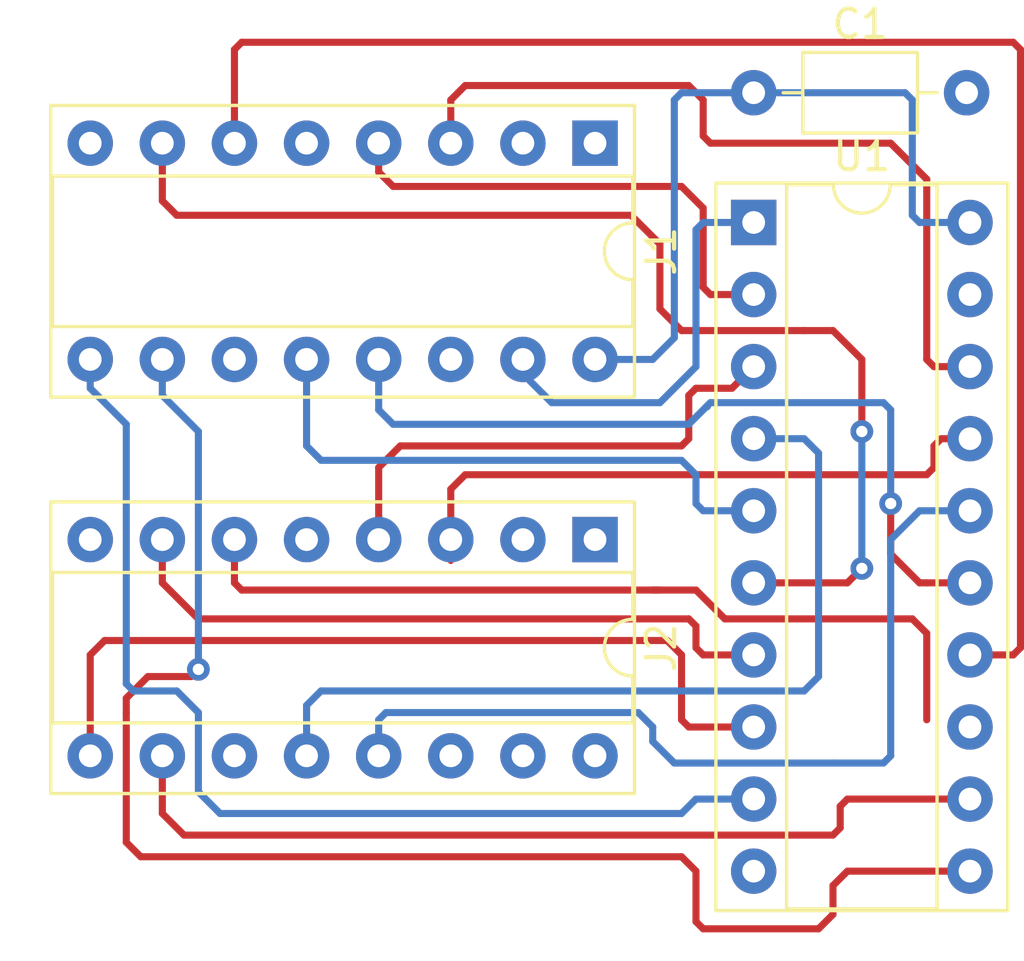
<source format=kicad_pcb>
(kicad_pcb (version 20171130) (host pcbnew 5.1.10)

  (general
    (thickness 1.6)
    (drawings 0)
    (tracks 178)
    (zones 0)
    (modules 4)
    (nets 30)
  )

  (page A4)
  (layers
    (0 F.Cu signal)
    (31 B.Cu signal)
    (32 B.Adhes user)
    (33 F.Adhes user)
    (34 B.Paste user)
    (35 F.Paste user)
    (36 B.SilkS user)
    (37 F.SilkS user)
    (38 B.Mask user)
    (39 F.Mask user)
    (40 Dwgs.User user)
    (41 Cmts.User user)
    (42 Eco1.User user)
    (43 Eco2.User user)
    (44 Edge.Cuts user)
    (45 Margin user)
    (46 B.CrtYd user)
    (47 F.CrtYd user)
    (48 B.Fab user)
    (49 F.Fab user)
  )

  (setup
    (last_trace_width 0.25)
    (user_trace_width 0.2032)
    (trace_clearance 0.2)
    (zone_clearance 0.508)
    (zone_45_only no)
    (trace_min 0.2)
    (via_size 0.8)
    (via_drill 0.4)
    (via_min_size 0.4)
    (via_min_drill 0.3)
    (uvia_size 0.3)
    (uvia_drill 0.1)
    (uvias_allowed no)
    (uvia_min_size 0.2)
    (uvia_min_drill 0.1)
    (edge_width 0.05)
    (segment_width 0.2)
    (pcb_text_width 0.3)
    (pcb_text_size 1.5 1.5)
    (mod_edge_width 0.12)
    (mod_text_size 1 1)
    (mod_text_width 0.15)
    (pad_size 1.524 1.524)
    (pad_drill 0.762)
    (pad_to_mask_clearance 0)
    (aux_axis_origin 0 0)
    (visible_elements FFFFFF7F)
    (pcbplotparams
      (layerselection 0x010fc_ffffffff)
      (usegerberextensions false)
      (usegerberattributes true)
      (usegerberadvancedattributes true)
      (creategerberjobfile true)
      (excludeedgelayer true)
      (linewidth 0.100000)
      (plotframeref false)
      (viasonmask false)
      (mode 1)
      (useauxorigin false)
      (hpglpennumber 1)
      (hpglpenspeed 20)
      (hpglpendiameter 15.000000)
      (psnegative false)
      (psa4output false)
      (plotreference true)
      (plotvalue true)
      (plotinvisibletext false)
      (padsonsilk false)
      (subtractmaskfromsilk false)
      (outputformat 1)
      (mirror false)
      (drillshape 1)
      (scaleselection 1)
      (outputdirectory ""))
  )

  (net 0 "")
  (net 1 VCC)
  (net 2 GND)
  (net 3 "Net-(J1-Pad1)")
  (net 4 BUS_D7)
  (net 5 "Net-(J1-Pad2)")
  (net 6 CPU_D7)
  (net 7 CPU_D0)
  (net 8 "Net-(J1-Pad11)")
  (net 9 BUS_D0)
  (net 10 BUS_D3)
  (net 11 "Net-(J1-Pad5)")
  (net 12 CPU_D3)
  (net 13 CPU_D4)
  (net 14 "Net-(J1-Pad14)")
  (net 15 BUS_D4)
  (net 16 CPU_DIR)
  (net 17 BUS_D5)
  (net 18 "Net-(J2-Pad14)")
  (net 19 CPU_D5)
  (net 20 CPU_D2)
  (net 21 "Net-(J2-Pad5)")
  (net 22 BUS_D2)
  (net 23 BUS_D1)
  (net 24 "Net-(J2-Pad11)")
  (net 25 CPU_D1)
  (net 26 CPU_D6)
  (net 27 "Net-(J2-Pad2)")
  (net 28 BUS_D6)
  (net 29 "Net-(J2-Pad1)")

  (net_class Default "This is the default net class."
    (clearance 0.2)
    (trace_width 0.25)
    (via_dia 0.8)
    (via_drill 0.4)
    (uvia_dia 0.3)
    (uvia_drill 0.1)
    (add_net BUS_D0)
    (add_net BUS_D1)
    (add_net BUS_D2)
    (add_net BUS_D3)
    (add_net BUS_D4)
    (add_net BUS_D5)
    (add_net BUS_D6)
    (add_net BUS_D7)
    (add_net CPU_D0)
    (add_net CPU_D1)
    (add_net CPU_D2)
    (add_net CPU_D3)
    (add_net CPU_D4)
    (add_net CPU_D5)
    (add_net CPU_D6)
    (add_net CPU_D7)
    (add_net CPU_DIR)
    (add_net GND)
    (add_net "Net-(J1-Pad1)")
    (add_net "Net-(J1-Pad11)")
    (add_net "Net-(J1-Pad14)")
    (add_net "Net-(J1-Pad2)")
    (add_net "Net-(J1-Pad5)")
    (add_net "Net-(J2-Pad1)")
    (add_net "Net-(J2-Pad11)")
    (add_net "Net-(J2-Pad14)")
    (add_net "Net-(J2-Pad2)")
    (add_net "Net-(J2-Pad5)")
    (add_net VCC)
  )

  (module Package_DIP:DIP-16_W7.62mm_Socket (layer F.Cu) (tedit 5A02E8C5) (tstamp 60C4F584)
    (at 35.56 31.75 270)
    (descr "16-lead though-hole mounted DIP package, row spacing 7.62 mm (300 mils), Socket")
    (tags "THT DIP DIL PDIP 2.54mm 7.62mm 300mil Socket")
    (path /60C83112)
    (fp_text reference J2 (at 3.81 -2.33 90) (layer F.SilkS)
      (effects (font (size 1 1) (thickness 0.15)))
    )
    (fp_text value "8T28 H10" (at 3.81 20.11 90) (layer F.Fab)
      (effects (font (size 1 1) (thickness 0.15)))
    )
    (fp_text user %R (at 3.81 8.89 90) (layer F.Fab)
      (effects (font (size 1 1) (thickness 0.15)))
    )
    (fp_arc (start 3.81 -1.33) (end 2.81 -1.33) (angle -180) (layer F.SilkS) (width 0.12))
    (fp_line (start 1.635 -1.27) (end 6.985 -1.27) (layer F.Fab) (width 0.1))
    (fp_line (start 6.985 -1.27) (end 6.985 19.05) (layer F.Fab) (width 0.1))
    (fp_line (start 6.985 19.05) (end 0.635 19.05) (layer F.Fab) (width 0.1))
    (fp_line (start 0.635 19.05) (end 0.635 -0.27) (layer F.Fab) (width 0.1))
    (fp_line (start 0.635 -0.27) (end 1.635 -1.27) (layer F.Fab) (width 0.1))
    (fp_line (start -1.27 -1.33) (end -1.27 19.11) (layer F.Fab) (width 0.1))
    (fp_line (start -1.27 19.11) (end 8.89 19.11) (layer F.Fab) (width 0.1))
    (fp_line (start 8.89 19.11) (end 8.89 -1.33) (layer F.Fab) (width 0.1))
    (fp_line (start 8.89 -1.33) (end -1.27 -1.33) (layer F.Fab) (width 0.1))
    (fp_line (start 2.81 -1.33) (end 1.16 -1.33) (layer F.SilkS) (width 0.12))
    (fp_line (start 1.16 -1.33) (end 1.16 19.11) (layer F.SilkS) (width 0.12))
    (fp_line (start 1.16 19.11) (end 6.46 19.11) (layer F.SilkS) (width 0.12))
    (fp_line (start 6.46 19.11) (end 6.46 -1.33) (layer F.SilkS) (width 0.12))
    (fp_line (start 6.46 -1.33) (end 4.81 -1.33) (layer F.SilkS) (width 0.12))
    (fp_line (start -1.33 -1.39) (end -1.33 19.17) (layer F.SilkS) (width 0.12))
    (fp_line (start -1.33 19.17) (end 8.95 19.17) (layer F.SilkS) (width 0.12))
    (fp_line (start 8.95 19.17) (end 8.95 -1.39) (layer F.SilkS) (width 0.12))
    (fp_line (start 8.95 -1.39) (end -1.33 -1.39) (layer F.SilkS) (width 0.12))
    (fp_line (start -1.55 -1.6) (end -1.55 19.4) (layer F.CrtYd) (width 0.05))
    (fp_line (start -1.55 19.4) (end 9.15 19.4) (layer F.CrtYd) (width 0.05))
    (fp_line (start 9.15 19.4) (end 9.15 -1.6) (layer F.CrtYd) (width 0.05))
    (fp_line (start 9.15 -1.6) (end -1.55 -1.6) (layer F.CrtYd) (width 0.05))
    (pad 16 thru_hole oval (at 7.62 0 270) (size 1.6 1.6) (drill 0.8) (layers *.Cu *.Mask)
      (net 1 VCC))
    (pad 8 thru_hole oval (at 0 17.78 270) (size 1.6 1.6) (drill 0.8) (layers *.Cu *.Mask)
      (net 2 GND))
    (pad 15 thru_hole oval (at 7.62 2.54 270) (size 1.6 1.6) (drill 0.8) (layers *.Cu *.Mask)
      (net 16 CPU_DIR))
    (pad 7 thru_hole oval (at 0 15.24 270) (size 1.6 1.6) (drill 0.8) (layers *.Cu *.Mask)
      (net 17 BUS_D5))
    (pad 14 thru_hole oval (at 7.62 5.08 270) (size 1.6 1.6) (drill 0.8) (layers *.Cu *.Mask)
      (net 18 "Net-(J2-Pad14)"))
    (pad 6 thru_hole oval (at 0 12.7 270) (size 1.6 1.6) (drill 0.8) (layers *.Cu *.Mask)
      (net 19 CPU_D5))
    (pad 13 thru_hole oval (at 7.62 7.62 270) (size 1.6 1.6) (drill 0.8) (layers *.Cu *.Mask)
      (net 20 CPU_D2))
    (pad 5 thru_hole oval (at 0 10.16 270) (size 1.6 1.6) (drill 0.8) (layers *.Cu *.Mask)
      (net 21 "Net-(J2-Pad5)"))
    (pad 12 thru_hole oval (at 7.62 10.16 270) (size 1.6 1.6) (drill 0.8) (layers *.Cu *.Mask)
      (net 22 BUS_D2))
    (pad 4 thru_hole oval (at 0 7.62 270) (size 1.6 1.6) (drill 0.8) (layers *.Cu *.Mask)
      (net 23 BUS_D1))
    (pad 11 thru_hole oval (at 7.62 12.7 270) (size 1.6 1.6) (drill 0.8) (layers *.Cu *.Mask)
      (net 24 "Net-(J2-Pad11)"))
    (pad 3 thru_hole oval (at 0 5.08 270) (size 1.6 1.6) (drill 0.8) (layers *.Cu *.Mask)
      (net 25 CPU_D1))
    (pad 10 thru_hole oval (at 7.62 15.24 270) (size 1.6 1.6) (drill 0.8) (layers *.Cu *.Mask)
      (net 26 CPU_D6))
    (pad 2 thru_hole oval (at 0 2.54 270) (size 1.6 1.6) (drill 0.8) (layers *.Cu *.Mask)
      (net 27 "Net-(J2-Pad2)"))
    (pad 9 thru_hole oval (at 7.62 17.78 270) (size 1.6 1.6) (drill 0.8) (layers *.Cu *.Mask)
      (net 28 BUS_D6))
    (pad 1 thru_hole rect (at 0 0 270) (size 1.6 1.6) (drill 0.8) (layers *.Cu *.Mask)
      (net 29 "Net-(J2-Pad1)"))
    (model ${KISYS3DMOD}/Package_DIP.3dshapes/DIP-16_W7.62mm_Socket.wrl
      (at (xyz 0 0 0))
      (scale (xyz 1 1 1))
      (rotate (xyz 0 0 0))
    )
  )

  (module Capacitor_THT:C_Axial_L3.8mm_D2.6mm_P7.50mm_Horizontal (layer F.Cu) (tedit 5AE50EF0) (tstamp 60C4F52C)
    (at 41.148 16.002)
    (descr "C, Axial series, Axial, Horizontal, pin pitch=7.5mm, , length*diameter=3.8*2.6mm^2, http://www.vishay.com/docs/45231/arseries.pdf")
    (tags "C Axial series Axial Horizontal pin pitch 7.5mm  length 3.8mm diameter 2.6mm")
    (path /60C81F5A)
    (fp_text reference C1 (at 3.75 -2.42) (layer F.SilkS)
      (effects (font (size 1 1) (thickness 0.15)))
    )
    (fp_text value 0.1uF (at 3.75 2.42) (layer F.Fab)
      (effects (font (size 1 1) (thickness 0.15)))
    )
    (fp_line (start 8.55 -1.55) (end -1.05 -1.55) (layer F.CrtYd) (width 0.05))
    (fp_line (start 8.55 1.55) (end 8.55 -1.55) (layer F.CrtYd) (width 0.05))
    (fp_line (start -1.05 1.55) (end 8.55 1.55) (layer F.CrtYd) (width 0.05))
    (fp_line (start -1.05 -1.55) (end -1.05 1.55) (layer F.CrtYd) (width 0.05))
    (fp_line (start 6.46 0) (end 5.77 0) (layer F.SilkS) (width 0.12))
    (fp_line (start 1.04 0) (end 1.73 0) (layer F.SilkS) (width 0.12))
    (fp_line (start 5.77 -1.42) (end 1.73 -1.42) (layer F.SilkS) (width 0.12))
    (fp_line (start 5.77 1.42) (end 5.77 -1.42) (layer F.SilkS) (width 0.12))
    (fp_line (start 1.73 1.42) (end 5.77 1.42) (layer F.SilkS) (width 0.12))
    (fp_line (start 1.73 -1.42) (end 1.73 1.42) (layer F.SilkS) (width 0.12))
    (fp_line (start 7.5 0) (end 5.65 0) (layer F.Fab) (width 0.1))
    (fp_line (start 0 0) (end 1.85 0) (layer F.Fab) (width 0.1))
    (fp_line (start 5.65 -1.3) (end 1.85 -1.3) (layer F.Fab) (width 0.1))
    (fp_line (start 5.65 1.3) (end 5.65 -1.3) (layer F.Fab) (width 0.1))
    (fp_line (start 1.85 1.3) (end 5.65 1.3) (layer F.Fab) (width 0.1))
    (fp_line (start 1.85 -1.3) (end 1.85 1.3) (layer F.Fab) (width 0.1))
    (fp_text user %R (at 3.75 0) (layer F.Fab)
      (effects (font (size 0.76 0.76) (thickness 0.114)))
    )
    (pad 1 thru_hole circle (at 0 0) (size 1.6 1.6) (drill 0.8) (layers *.Cu *.Mask)
      (net 1 VCC))
    (pad 2 thru_hole oval (at 7.5 0) (size 1.6 1.6) (drill 0.8) (layers *.Cu *.Mask)
      (net 2 GND))
    (model ${KISYS3DMOD}/Capacitor_THT.3dshapes/C_Axial_L3.8mm_D2.6mm_P7.50mm_Horizontal.wrl
      (at (xyz 0 0 0))
      (scale (xyz 1 1 1))
      (rotate (xyz 0 0 0))
    )
  )

  (module Package_DIP:DIP-16_W7.62mm_Socket (layer F.Cu) (tedit 5A02E8C5) (tstamp 60C4F558)
    (at 35.56 17.78 270)
    (descr "16-lead though-hole mounted DIP package, row spacing 7.62 mm (300 mils), Socket")
    (tags "THT DIP DIL PDIP 2.54mm 7.62mm 300mil Socket")
    (path /60C82734)
    (fp_text reference J1 (at 3.81 -2.33 90) (layer F.SilkS)
      (effects (font (size 1 1) (thickness 0.15)))
    )
    (fp_text value "8T28 H11" (at 3.81 20.11 90) (layer F.Fab)
      (effects (font (size 1 1) (thickness 0.15)))
    )
    (fp_line (start 9.15 -1.6) (end -1.55 -1.6) (layer F.CrtYd) (width 0.05))
    (fp_line (start 9.15 19.4) (end 9.15 -1.6) (layer F.CrtYd) (width 0.05))
    (fp_line (start -1.55 19.4) (end 9.15 19.4) (layer F.CrtYd) (width 0.05))
    (fp_line (start -1.55 -1.6) (end -1.55 19.4) (layer F.CrtYd) (width 0.05))
    (fp_line (start 8.95 -1.39) (end -1.33 -1.39) (layer F.SilkS) (width 0.12))
    (fp_line (start 8.95 19.17) (end 8.95 -1.39) (layer F.SilkS) (width 0.12))
    (fp_line (start -1.33 19.17) (end 8.95 19.17) (layer F.SilkS) (width 0.12))
    (fp_line (start -1.33 -1.39) (end -1.33 19.17) (layer F.SilkS) (width 0.12))
    (fp_line (start 6.46 -1.33) (end 4.81 -1.33) (layer F.SilkS) (width 0.12))
    (fp_line (start 6.46 19.11) (end 6.46 -1.33) (layer F.SilkS) (width 0.12))
    (fp_line (start 1.16 19.11) (end 6.46 19.11) (layer F.SilkS) (width 0.12))
    (fp_line (start 1.16 -1.33) (end 1.16 19.11) (layer F.SilkS) (width 0.12))
    (fp_line (start 2.81 -1.33) (end 1.16 -1.33) (layer F.SilkS) (width 0.12))
    (fp_line (start 8.89 -1.33) (end -1.27 -1.33) (layer F.Fab) (width 0.1))
    (fp_line (start 8.89 19.11) (end 8.89 -1.33) (layer F.Fab) (width 0.1))
    (fp_line (start -1.27 19.11) (end 8.89 19.11) (layer F.Fab) (width 0.1))
    (fp_line (start -1.27 -1.33) (end -1.27 19.11) (layer F.Fab) (width 0.1))
    (fp_line (start 0.635 -0.27) (end 1.635 -1.27) (layer F.Fab) (width 0.1))
    (fp_line (start 0.635 19.05) (end 0.635 -0.27) (layer F.Fab) (width 0.1))
    (fp_line (start 6.985 19.05) (end 0.635 19.05) (layer F.Fab) (width 0.1))
    (fp_line (start 6.985 -1.27) (end 6.985 19.05) (layer F.Fab) (width 0.1))
    (fp_line (start 1.635 -1.27) (end 6.985 -1.27) (layer F.Fab) (width 0.1))
    (fp_arc (start 3.81 -1.33) (end 2.81 -1.33) (angle -180) (layer F.SilkS) (width 0.12))
    (fp_text user %R (at 3.81 8.89 90) (layer F.Fab)
      (effects (font (size 1 1) (thickness 0.15)))
    )
    (pad 1 thru_hole rect (at 0 0 270) (size 1.6 1.6) (drill 0.8) (layers *.Cu *.Mask)
      (net 3 "Net-(J1-Pad1)"))
    (pad 9 thru_hole oval (at 7.62 17.78 270) (size 1.6 1.6) (drill 0.8) (layers *.Cu *.Mask)
      (net 4 BUS_D7))
    (pad 2 thru_hole oval (at 0 2.54 270) (size 1.6 1.6) (drill 0.8) (layers *.Cu *.Mask)
      (net 5 "Net-(J1-Pad2)"))
    (pad 10 thru_hole oval (at 7.62 15.24 270) (size 1.6 1.6) (drill 0.8) (layers *.Cu *.Mask)
      (net 6 CPU_D7))
    (pad 3 thru_hole oval (at 0 5.08 270) (size 1.6 1.6) (drill 0.8) (layers *.Cu *.Mask)
      (net 7 CPU_D0))
    (pad 11 thru_hole oval (at 7.62 12.7 270) (size 1.6 1.6) (drill 0.8) (layers *.Cu *.Mask)
      (net 8 "Net-(J1-Pad11)"))
    (pad 4 thru_hole oval (at 0 7.62 270) (size 1.6 1.6) (drill 0.8) (layers *.Cu *.Mask)
      (net 9 BUS_D0))
    (pad 12 thru_hole oval (at 7.62 10.16 270) (size 1.6 1.6) (drill 0.8) (layers *.Cu *.Mask)
      (net 10 BUS_D3))
    (pad 5 thru_hole oval (at 0 10.16 270) (size 1.6 1.6) (drill 0.8) (layers *.Cu *.Mask)
      (net 11 "Net-(J1-Pad5)"))
    (pad 13 thru_hole oval (at 7.62 7.62 270) (size 1.6 1.6) (drill 0.8) (layers *.Cu *.Mask)
      (net 12 CPU_D3))
    (pad 6 thru_hole oval (at 0 12.7 270) (size 1.6 1.6) (drill 0.8) (layers *.Cu *.Mask)
      (net 13 CPU_D4))
    (pad 14 thru_hole oval (at 7.62 5.08 270) (size 1.6 1.6) (drill 0.8) (layers *.Cu *.Mask)
      (net 14 "Net-(J1-Pad14)"))
    (pad 7 thru_hole oval (at 0 15.24 270) (size 1.6 1.6) (drill 0.8) (layers *.Cu *.Mask)
      (net 15 BUS_D4))
    (pad 15 thru_hole oval (at 7.62 2.54 270) (size 1.6 1.6) (drill 0.8) (layers *.Cu *.Mask)
      (net 16 CPU_DIR))
    (pad 8 thru_hole oval (at 0 17.78 270) (size 1.6 1.6) (drill 0.8) (layers *.Cu *.Mask)
      (net 2 GND))
    (pad 16 thru_hole oval (at 7.62 0 270) (size 1.6 1.6) (drill 0.8) (layers *.Cu *.Mask)
      (net 1 VCC))
    (model ${KISYS3DMOD}/Package_DIP.3dshapes/DIP-16_W7.62mm_Socket.wrl
      (at (xyz 0 0 0))
      (scale (xyz 1 1 1))
      (rotate (xyz 0 0 0))
    )
  )

  (module Package_DIP:DIP-20_W7.62mm_Socket (layer F.Cu) (tedit 5A02E8C5) (tstamp 60C4F5B4)
    (at 41.148 20.574)
    (descr "20-lead though-hole mounted DIP package, row spacing 7.62 mm (300 mils), Socket")
    (tags "THT DIP DIL PDIP 2.54mm 7.62mm 300mil Socket")
    (path /60C81A2E)
    (fp_text reference U1 (at 3.81 -2.33) (layer F.SilkS)
      (effects (font (size 1 1) (thickness 0.15)))
    )
    (fp_text value 74LS245 (at 3.81 25.19) (layer F.Fab)
      (effects (font (size 1 1) (thickness 0.15)))
    )
    (fp_line (start 9.15 -1.6) (end -1.55 -1.6) (layer F.CrtYd) (width 0.05))
    (fp_line (start 9.15 24.45) (end 9.15 -1.6) (layer F.CrtYd) (width 0.05))
    (fp_line (start -1.55 24.45) (end 9.15 24.45) (layer F.CrtYd) (width 0.05))
    (fp_line (start -1.55 -1.6) (end -1.55 24.45) (layer F.CrtYd) (width 0.05))
    (fp_line (start 8.95 -1.39) (end -1.33 -1.39) (layer F.SilkS) (width 0.12))
    (fp_line (start 8.95 24.25) (end 8.95 -1.39) (layer F.SilkS) (width 0.12))
    (fp_line (start -1.33 24.25) (end 8.95 24.25) (layer F.SilkS) (width 0.12))
    (fp_line (start -1.33 -1.39) (end -1.33 24.25) (layer F.SilkS) (width 0.12))
    (fp_line (start 6.46 -1.33) (end 4.81 -1.33) (layer F.SilkS) (width 0.12))
    (fp_line (start 6.46 24.19) (end 6.46 -1.33) (layer F.SilkS) (width 0.12))
    (fp_line (start 1.16 24.19) (end 6.46 24.19) (layer F.SilkS) (width 0.12))
    (fp_line (start 1.16 -1.33) (end 1.16 24.19) (layer F.SilkS) (width 0.12))
    (fp_line (start 2.81 -1.33) (end 1.16 -1.33) (layer F.SilkS) (width 0.12))
    (fp_line (start 8.89 -1.33) (end -1.27 -1.33) (layer F.Fab) (width 0.1))
    (fp_line (start 8.89 24.19) (end 8.89 -1.33) (layer F.Fab) (width 0.1))
    (fp_line (start -1.27 24.19) (end 8.89 24.19) (layer F.Fab) (width 0.1))
    (fp_line (start -1.27 -1.33) (end -1.27 24.19) (layer F.Fab) (width 0.1))
    (fp_line (start 0.635 -0.27) (end 1.635 -1.27) (layer F.Fab) (width 0.1))
    (fp_line (start 0.635 24.13) (end 0.635 -0.27) (layer F.Fab) (width 0.1))
    (fp_line (start 6.985 24.13) (end 0.635 24.13) (layer F.Fab) (width 0.1))
    (fp_line (start 6.985 -1.27) (end 6.985 24.13) (layer F.Fab) (width 0.1))
    (fp_line (start 1.635 -1.27) (end 6.985 -1.27) (layer F.Fab) (width 0.1))
    (fp_arc (start 3.81 -1.33) (end 2.81 -1.33) (angle -180) (layer F.SilkS) (width 0.12))
    (fp_text user %R (at 3.81 11.43) (layer F.Fab)
      (effects (font (size 1 1) (thickness 0.15)))
    )
    (pad 1 thru_hole rect (at 0 0) (size 1.6 1.6) (drill 0.8) (layers *.Cu *.Mask)
      (net 16 CPU_DIR))
    (pad 11 thru_hole oval (at 7.62 22.86) (size 1.6 1.6) (drill 0.8) (layers *.Cu *.Mask)
      (net 6 CPU_D7))
    (pad 2 thru_hole oval (at 0 2.54) (size 1.6 1.6) (drill 0.8) (layers *.Cu *.Mask)
      (net 9 BUS_D0))
    (pad 12 thru_hole oval (at 7.62 20.32) (size 1.6 1.6) (drill 0.8) (layers *.Cu *.Mask)
      (net 26 CPU_D6))
    (pad 3 thru_hole oval (at 0 5.08) (size 1.6 1.6) (drill 0.8) (layers *.Cu *.Mask)
      (net 23 BUS_D1))
    (pad 13 thru_hole oval (at 7.62 17.78) (size 1.6 1.6) (drill 0.8) (layers *.Cu *.Mask)
      (net 19 CPU_D5))
    (pad 4 thru_hole oval (at 0 7.62) (size 1.6 1.6) (drill 0.8) (layers *.Cu *.Mask)
      (net 22 BUS_D2))
    (pad 14 thru_hole oval (at 7.62 15.24) (size 1.6 1.6) (drill 0.8) (layers *.Cu *.Mask)
      (net 13 CPU_D4))
    (pad 5 thru_hole oval (at 0 10.16) (size 1.6 1.6) (drill 0.8) (layers *.Cu *.Mask)
      (net 10 BUS_D3))
    (pad 15 thru_hole oval (at 7.62 12.7) (size 1.6 1.6) (drill 0.8) (layers *.Cu *.Mask)
      (net 12 CPU_D3))
    (pad 6 thru_hole oval (at 0 12.7) (size 1.6 1.6) (drill 0.8) (layers *.Cu *.Mask)
      (net 15 BUS_D4))
    (pad 16 thru_hole oval (at 7.62 10.16) (size 1.6 1.6) (drill 0.8) (layers *.Cu *.Mask)
      (net 20 CPU_D2))
    (pad 7 thru_hole oval (at 0 15.24) (size 1.6 1.6) (drill 0.8) (layers *.Cu *.Mask)
      (net 17 BUS_D5))
    (pad 17 thru_hole oval (at 7.62 7.62) (size 1.6 1.6) (drill 0.8) (layers *.Cu *.Mask)
      (net 25 CPU_D1))
    (pad 8 thru_hole oval (at 0 17.78) (size 1.6 1.6) (drill 0.8) (layers *.Cu *.Mask)
      (net 28 BUS_D6))
    (pad 18 thru_hole oval (at 7.62 5.08) (size 1.6 1.6) (drill 0.8) (layers *.Cu *.Mask)
      (net 7 CPU_D0))
    (pad 9 thru_hole oval (at 0 20.32) (size 1.6 1.6) (drill 0.8) (layers *.Cu *.Mask)
      (net 4 BUS_D7))
    (pad 19 thru_hole oval (at 7.62 2.54) (size 1.6 1.6) (drill 0.8) (layers *.Cu *.Mask)
      (net 2 GND))
    (pad 10 thru_hole oval (at 0 22.86) (size 1.6 1.6) (drill 0.8) (layers *.Cu *.Mask)
      (net 2 GND))
    (pad 20 thru_hole oval (at 7.62 0) (size 1.6 1.6) (drill 0.8) (layers *.Cu *.Mask)
      (net 1 VCC))
    (model ${KISYS3DMOD}/Package_DIP.3dshapes/DIP-20_W7.62mm_Socket.wrl
      (at (xyz 0 0 0))
      (scale (xyz 1 1 1))
      (rotate (xyz 0 0 0))
    )
  )

  (segment (start 35.56 25.4) (end 37.592 25.4) (width 0.25) (layer B.Cu) (net 1))
  (segment (start 37.592 25.4) (end 38.354 24.638) (width 0.25) (layer B.Cu) (net 1))
  (segment (start 38.354 24.638) (end 38.354 16.256) (width 0.25) (layer B.Cu) (net 1))
  (segment (start 38.608 16.002) (end 41.148 16.002) (width 0.25) (layer B.Cu) (net 1))
  (segment (start 38.354 16.256) (end 38.608 16.002) (width 0.25) (layer B.Cu) (net 1))
  (segment (start 41.148 16.002) (end 46.482 16.002) (width 0.25) (layer B.Cu) (net 1))
  (segment (start 46.482 16.002) (end 46.736 16.256) (width 0.25) (layer B.Cu) (net 1))
  (segment (start 46.736 16.256) (end 46.736 20.32) (width 0.25) (layer B.Cu) (net 1))
  (segment (start 46.99 20.574) (end 48.768 20.574) (width 0.25) (layer B.Cu) (net 1))
  (segment (start 46.736 20.32) (end 46.99 20.574) (width 0.25) (layer B.Cu) (net 1))
  (segment (start 39.116 40.894) (end 41.148 40.894) (width 0.25) (layer B.Cu) (net 4))
  (segment (start 38.608 41.402) (end 39.116 40.894) (width 0.25) (layer B.Cu) (net 4))
  (segment (start 21.59 40.64) (end 22.352 41.402) (width 0.25) (layer B.Cu) (net 4))
  (segment (start 21.59 37.846) (end 21.59 40.64) (width 0.25) (layer B.Cu) (net 4))
  (segment (start 20.828 37.084) (end 21.59 37.846) (width 0.25) (layer B.Cu) (net 4))
  (segment (start 22.352 41.402) (end 38.608 41.402) (width 0.25) (layer B.Cu) (net 4))
  (segment (start 19.304 37.084) (end 20.828 37.084) (width 0.25) (layer B.Cu) (net 4))
  (segment (start 19.05 36.83) (end 19.304 37.084) (width 0.25) (layer B.Cu) (net 4))
  (segment (start 19.05 27.686) (end 19.05 36.83) (width 0.25) (layer B.Cu) (net 4))
  (segment (start 19.05 27.686) (end 17.78 26.416) (width 0.25) (layer B.Cu) (net 4))
  (segment (start 17.78 26.416) (end 17.78 25.4) (width 0.25) (layer B.Cu) (net 4))
  (segment (start 48.768 43.434) (end 44.45 43.434) (width 0.25) (layer F.Cu) (net 6))
  (segment (start 44.45 43.434) (end 43.942 43.942) (width 0.25) (layer F.Cu) (net 6))
  (segment (start 43.942 43.942) (end 43.942 44.958) (width 0.25) (layer F.Cu) (net 6))
  (segment (start 43.942 44.958) (end 43.434 45.466) (width 0.25) (layer F.Cu) (net 6))
  (segment (start 43.434 45.466) (end 39.37 45.466) (width 0.25) (layer F.Cu) (net 6))
  (segment (start 39.37 45.466) (end 39.116 45.212) (width 0.25) (layer F.Cu) (net 6))
  (segment (start 39.116 45.212) (end 39.116 43.434) (width 0.25) (layer F.Cu) (net 6))
  (segment (start 39.116 43.434) (end 38.608 42.926) (width 0.25) (layer F.Cu) (net 6))
  (segment (start 38.608 42.926) (end 19.558 42.926) (width 0.25) (layer F.Cu) (net 6))
  (segment (start 19.558 42.926) (end 19.05 42.418) (width 0.25) (layer F.Cu) (net 6))
  (segment (start 19.05 42.418) (end 19.05 37.846) (width 0.25) (layer F.Cu) (net 6))
  (segment (start 19.05 37.846) (end 19.05 37.338) (width 0.25) (layer F.Cu) (net 6))
  (segment (start 19.05 37.338) (end 19.812 36.576) (width 0.25) (layer F.Cu) (net 6))
  (segment (start 19.812 36.576) (end 21.336 36.576) (width 0.25) (layer F.Cu) (net 6))
  (segment (start 21.336 36.576) (end 21.59 36.322) (width 0.25) (layer F.Cu) (net 6))
  (segment (start 21.59 36.322) (end 21.59 36.322) (width 0.25) (layer F.Cu) (net 6) (tstamp 60C6B26E))
  (via (at 21.59 36.322) (size 0.8) (drill 0.4) (layers F.Cu B.Cu) (net 6))
  (segment (start 21.59 35.56) (end 21.59 36.322) (width 0.25) (layer B.Cu) (net 6))
  (segment (start 20.32 26.67) (end 21.59 27.94) (width 0.25) (layer B.Cu) (net 6))
  (segment (start 21.59 27.94) (end 21.59 35.56) (width 0.25) (layer B.Cu) (net 6))
  (segment (start 20.32 25.4) (end 20.32 26.67) (width 0.25) (layer B.Cu) (net 6))
  (segment (start 30.48 17.78) (end 30.48 16.256) (width 0.25) (layer F.Cu) (net 7))
  (segment (start 30.48 16.256) (end 30.988 15.748) (width 0.25) (layer F.Cu) (net 7))
  (segment (start 30.988 15.748) (end 38.862 15.748) (width 0.25) (layer F.Cu) (net 7))
  (segment (start 38.862 15.748) (end 39.37 16.256) (width 0.25) (layer F.Cu) (net 7))
  (segment (start 39.37 16.256) (end 39.37 17.526) (width 0.25) (layer F.Cu) (net 7))
  (segment (start 39.37 17.526) (end 39.624 17.78) (width 0.25) (layer F.Cu) (net 7))
  (segment (start 39.624 17.78) (end 45.974 17.78) (width 0.25) (layer F.Cu) (net 7))
  (segment (start 45.974 17.78) (end 47.244 19.05) (width 0.25) (layer F.Cu) (net 7))
  (segment (start 47.244 19.05) (end 47.244 25.4) (width 0.25) (layer F.Cu) (net 7))
  (segment (start 47.498 25.654) (end 48.768 25.654) (width 0.25) (layer F.Cu) (net 7))
  (segment (start 47.244 25.4) (end 47.498 25.654) (width 0.25) (layer F.Cu) (net 7))
  (segment (start 39.37 22.86) (end 39.624 23.114) (width 0.25) (layer F.Cu) (net 9))
  (segment (start 39.624 23.114) (end 41.148 23.114) (width 0.25) (layer F.Cu) (net 9))
  (segment (start 28.448 19.304) (end 38.608 19.304) (width 0.25) (layer F.Cu) (net 9))
  (segment (start 38.608 19.304) (end 39.37 20.066) (width 0.25) (layer F.Cu) (net 9))
  (segment (start 27.94 18.796) (end 28.448 19.304) (width 0.25) (layer F.Cu) (net 9))
  (segment (start 39.37 20.066) (end 39.37 22.86) (width 0.25) (layer F.Cu) (net 9))
  (segment (start 27.94 17.78) (end 27.94 18.796) (width 0.25) (layer F.Cu) (net 9))
  (segment (start 25.4 25.4) (end 25.4 28.448) (width 0.25) (layer B.Cu) (net 10))
  (segment (start 25.4 28.448) (end 25.908 28.956) (width 0.25) (layer B.Cu) (net 10))
  (segment (start 25.908 28.956) (end 38.608 28.956) (width 0.25) (layer B.Cu) (net 10))
  (segment (start 38.608 28.956) (end 39.116 29.464) (width 0.25) (layer B.Cu) (net 10))
  (segment (start 39.116 29.464) (end 39.116 30.48) (width 0.25) (layer B.Cu) (net 10))
  (segment (start 39.37 30.734) (end 41.148 30.734) (width 0.25) (layer B.Cu) (net 10))
  (segment (start 39.116 30.48) (end 39.37 30.734) (width 0.25) (layer B.Cu) (net 10))
  (segment (start 27.94 25.4) (end 27.94 27.178) (width 0.25) (layer B.Cu) (net 12))
  (segment (start 27.94 27.178) (end 28.448 27.686) (width 0.25) (layer B.Cu) (net 12))
  (segment (start 28.448 27.686) (end 38.862 27.686) (width 0.25) (layer B.Cu) (net 12))
  (segment (start 48.768 33.274) (end 47.244 33.274) (width 0.25) (layer F.Cu) (net 12))
  (segment (start 47.244 33.274) (end 46.99 33.274) (width 0.25) (layer F.Cu) (net 12))
  (segment (start 46.99 33.274) (end 45.974 32.258) (width 0.25) (layer F.Cu) (net 12))
  (segment (start 45.974 32.258) (end 45.974 30.48) (width 0.25) (layer F.Cu) (net 12))
  (segment (start 45.974 30.48) (end 45.974 30.48) (width 0.25) (layer F.Cu) (net 12) (tstamp 60C6B381))
  (via (at 45.974 30.48) (size 0.8) (drill 0.4) (layers F.Cu B.Cu) (net 12))
  (segment (start 39.514999 27.068999) (end 39.497 27.051) (width 0.25) (layer B.Cu) (net 12))
  (segment (start 39.497 27.051) (end 39.624 26.924) (width 0.25) (layer B.Cu) (net 12))
  (segment (start 38.862 27.686) (end 39.497 27.051) (width 0.25) (layer B.Cu) (net 12))
  (segment (start 39.624 26.924) (end 45.72 26.924) (width 0.25) (layer B.Cu) (net 12))
  (segment (start 45.72 26.924) (end 45.974 27.178) (width 0.25) (layer B.Cu) (net 12))
  (segment (start 45.974 27.178) (end 45.974 30.48) (width 0.25) (layer B.Cu) (net 12))
  (segment (start 50.292 35.814) (end 48.768 35.814) (width 0.25) (layer F.Cu) (net 13))
  (segment (start 50.546 35.56) (end 50.292 35.814) (width 0.25) (layer F.Cu) (net 13))
  (segment (start 50.292 14.224) (end 50.546 14.478) (width 0.25) (layer F.Cu) (net 13))
  (segment (start 50.546 14.478) (end 50.546 35.56) (width 0.25) (layer F.Cu) (net 13))
  (segment (start 23.114 14.224) (end 50.292 14.224) (width 0.25) (layer F.Cu) (net 13))
  (segment (start 22.86 14.478) (end 23.114 14.224) (width 0.25) (layer F.Cu) (net 13))
  (segment (start 22.86 17.78) (end 22.86 14.478) (width 0.25) (layer F.Cu) (net 13))
  (segment (start 20.32 17.78) (end 20.32 19.812) (width 0.25) (layer F.Cu) (net 15))
  (segment (start 20.32 19.812) (end 20.828 20.32) (width 0.25) (layer F.Cu) (net 15))
  (segment (start 20.828 20.32) (end 36.83 20.32) (width 0.25) (layer F.Cu) (net 15))
  (segment (start 36.83 20.32) (end 37.846 21.336) (width 0.25) (layer F.Cu) (net 15))
  (segment (start 37.846 21.336) (end 37.846 23.622) (width 0.25) (layer F.Cu) (net 15))
  (segment (start 37.846 23.622) (end 38.608 24.384) (width 0.25) (layer F.Cu) (net 15))
  (segment (start 38.608 24.384) (end 42.926 24.384) (width 0.25) (layer F.Cu) (net 15))
  (segment (start 42.926 24.384) (end 43.942 24.384) (width 0.25) (layer F.Cu) (net 15))
  (segment (start 43.942 24.384) (end 44.958 25.4) (width 0.25) (layer F.Cu) (net 15))
  (segment (start 44.958 25.4) (end 44.958 27.94) (width 0.25) (layer F.Cu) (net 15))
  (segment (start 41.148 33.274) (end 44.45 33.274) (width 0.25) (layer F.Cu) (net 15))
  (segment (start 44.45 33.274) (end 44.958 32.766) (width 0.25) (layer F.Cu) (net 15))
  (segment (start 44.958 27.94) (end 44.958 27.94) (width 0.25) (layer F.Cu) (net 15) (tstamp 60C6B378))
  (via (at 44.958 27.94) (size 0.8) (drill 0.4) (layers F.Cu B.Cu) (net 15))
  (segment (start 44.958 32.766) (end 44.958 32.766) (width 0.25) (layer F.Cu) (net 15) (tstamp 60C6B37F))
  (via (at 44.958 32.766) (size 0.8) (drill 0.4) (layers F.Cu B.Cu) (net 15))
  (segment (start 44.958 27.94) (end 44.958 32.766) (width 0.25) (layer B.Cu) (net 15))
  (segment (start 39.37 20.574) (end 41.148 20.574) (width 0.25) (layer B.Cu) (net 16))
  (segment (start 39.116 20.828) (end 39.37 20.574) (width 0.25) (layer B.Cu) (net 16))
  (segment (start 39.116 25.654) (end 39.116 20.828) (width 0.25) (layer B.Cu) (net 16))
  (segment (start 34.036 26.924) (end 37.846 26.924) (width 0.25) (layer B.Cu) (net 16))
  (segment (start 33.02 25.908) (end 34.036 26.924) (width 0.25) (layer B.Cu) (net 16))
  (segment (start 37.846 26.924) (end 39.116 25.654) (width 0.25) (layer B.Cu) (net 16))
  (segment (start 33.02 25.4) (end 33.02 25.908) (width 0.25) (layer B.Cu) (net 16))
  (segment (start 20.32 31.75) (end 20.32 33.274) (width 0.25) (layer F.Cu) (net 17))
  (segment (start 20.32 33.274) (end 21.59 34.544) (width 0.25) (layer F.Cu) (net 17))
  (segment (start 21.59 34.544) (end 38.862 34.544) (width 0.25) (layer F.Cu) (net 17))
  (segment (start 38.862 34.544) (end 39.116 34.798) (width 0.25) (layer F.Cu) (net 17))
  (segment (start 39.116 34.798) (end 39.116 35.56) (width 0.25) (layer F.Cu) (net 17))
  (segment (start 39.116 35.56) (end 39.37 35.814) (width 0.25) (layer F.Cu) (net 17))
  (segment (start 39.37 35.814) (end 41.148 35.814) (width 0.25) (layer F.Cu) (net 17))
  (segment (start 22.86 31.75) (end 22.86 33.274) (width 0.25) (layer F.Cu) (net 19))
  (segment (start 22.86 33.274) (end 23.114 33.528) (width 0.25) (layer F.Cu) (net 19))
  (segment (start 23.114 33.528) (end 37.592 33.528) (width 0.25) (layer F.Cu) (net 19))
  (segment (start 37.592 33.528) (end 37.846 33.528) (width 0.25) (layer F.Cu) (net 19))
  (segment (start 47.244 35.052) (end 47.244 38.1) (width 0.25) (layer F.Cu) (net 19))
  (segment (start 40.132 34.544) (end 46.736 34.544) (width 0.25) (layer F.Cu) (net 19))
  (segment (start 46.736 34.544) (end 47.244 35.052) (width 0.25) (layer F.Cu) (net 19))
  (segment (start 39.116 33.528) (end 40.132 34.544) (width 0.25) (layer F.Cu) (net 19))
  (segment (start 37.592 33.528) (end 39.116 33.528) (width 0.25) (layer F.Cu) (net 19))
  (segment (start 43.942 39.624) (end 38.354 39.624) (width 0.25) (layer B.Cu) (net 20))
  (segment (start 38.354 39.624) (end 37.592 38.862) (width 0.25) (layer B.Cu) (net 20))
  (segment (start 37.592 38.862) (end 37.592 38.354) (width 0.25) (layer B.Cu) (net 20))
  (segment (start 27.94 39.37) (end 27.94 38.1) (width 0.25) (layer B.Cu) (net 20))
  (segment (start 27.94 38.1) (end 28.194 37.846) (width 0.25) (layer B.Cu) (net 20))
  (segment (start 37.084 37.846) (end 37.592 38.354) (width 0.25) (layer B.Cu) (net 20))
  (segment (start 28.194 37.846) (end 37.084 37.846) (width 0.25) (layer B.Cu) (net 20))
  (segment (start 45.974 39.37) (end 45.72 39.624) (width 0.25) (layer B.Cu) (net 20))
  (segment (start 45.974 31.75) (end 45.974 39.37) (width 0.25) (layer B.Cu) (net 20))
  (segment (start 46.99 30.734) (end 45.974 31.75) (width 0.25) (layer B.Cu) (net 20))
  (segment (start 45.72 39.624) (end 43.942 39.624) (width 0.25) (layer B.Cu) (net 20))
  (segment (start 48.768 30.734) (end 46.99 30.734) (width 0.25) (layer B.Cu) (net 20))
  (segment (start 25.4 37.592) (end 25.4 39.37) (width 0.25) (layer B.Cu) (net 22))
  (segment (start 25.908 37.084) (end 25.4 37.592) (width 0.25) (layer B.Cu) (net 22))
  (segment (start 42.926 37.084) (end 25.908 37.084) (width 0.25) (layer B.Cu) (net 22))
  (segment (start 43.434 36.576) (end 42.926 37.084) (width 0.25) (layer B.Cu) (net 22))
  (segment (start 41.148 28.194) (end 42.926 28.194) (width 0.25) (layer B.Cu) (net 22))
  (segment (start 43.434 28.702) (end 43.434 36.576) (width 0.25) (layer B.Cu) (net 22))
  (segment (start 42.926 28.194) (end 43.434 28.702) (width 0.25) (layer B.Cu) (net 22))
  (segment (start 27.94 31.75) (end 27.94 29.21) (width 0.25) (layer F.Cu) (net 23))
  (segment (start 27.94 29.21) (end 28.702 28.448) (width 0.25) (layer F.Cu) (net 23))
  (segment (start 28.702 28.448) (end 38.608 28.448) (width 0.25) (layer F.Cu) (net 23))
  (segment (start 38.608 28.448) (end 38.862 28.194) (width 0.25) (layer F.Cu) (net 23))
  (segment (start 38.862 28.194) (end 38.862 26.67) (width 0.25) (layer F.Cu) (net 23))
  (segment (start 38.862 26.67) (end 39.116 26.416) (width 0.25) (layer F.Cu) (net 23))
  (segment (start 40.386 26.416) (end 41.148 25.654) (width 0.25) (layer F.Cu) (net 23))
  (segment (start 39.116 26.416) (end 40.386 26.416) (width 0.25) (layer F.Cu) (net 23))
  (segment (start 30.48 31.75) (end 30.48 32.512) (width 0.2032) (layer F.Cu) (net 25))
  (segment (start 47.752 28.194) (end 48.768 28.194) (width 0.25) (layer F.Cu) (net 25))
  (segment (start 47.244 29.464) (end 47.498 29.21) (width 0.25) (layer F.Cu) (net 25))
  (segment (start 30.48 29.972) (end 30.988 29.464) (width 0.25) (layer F.Cu) (net 25))
  (segment (start 30.988 29.464) (end 47.244 29.464) (width 0.25) (layer F.Cu) (net 25))
  (segment (start 47.498 28.448) (end 47.752 28.194) (width 0.25) (layer F.Cu) (net 25))
  (segment (start 47.498 29.21) (end 47.498 28.448) (width 0.25) (layer F.Cu) (net 25))
  (segment (start 30.48 31.75) (end 30.48 29.972) (width 0.25) (layer F.Cu) (net 25))
  (segment (start 48.768 40.894) (end 44.45 40.894) (width 0.25) (layer F.Cu) (net 26))
  (segment (start 44.45 40.894) (end 44.196 41.148) (width 0.25) (layer F.Cu) (net 26))
  (segment (start 44.196 41.148) (end 44.196 41.91) (width 0.25) (layer F.Cu) (net 26))
  (segment (start 44.196 41.91) (end 43.942 42.164) (width 0.25) (layer F.Cu) (net 26))
  (segment (start 43.942 42.164) (end 21.082 42.164) (width 0.25) (layer F.Cu) (net 26))
  (segment (start 21.082 42.164) (end 20.32 41.402) (width 0.25) (layer F.Cu) (net 26))
  (segment (start 20.32 41.402) (end 20.32 39.37) (width 0.25) (layer F.Cu) (net 26))
  (segment (start 38.608 38.1) (end 38.862 38.354) (width 0.25) (layer F.Cu) (net 28))
  (segment (start 38.608 35.814) (end 38.608 38.1) (width 0.25) (layer F.Cu) (net 28))
  (segment (start 38.1 35.306) (end 38.608 35.814) (width 0.25) (layer F.Cu) (net 28))
  (segment (start 38.862 38.354) (end 41.148 38.354) (width 0.25) (layer F.Cu) (net 28))
  (segment (start 18.288 35.306) (end 38.1 35.306) (width 0.25) (layer F.Cu) (net 28))
  (segment (start 17.78 35.814) (end 18.288 35.306) (width 0.25) (layer F.Cu) (net 28))
  (segment (start 17.78 39.37) (end 17.78 35.814) (width 0.25) (layer F.Cu) (net 28))

)

</source>
